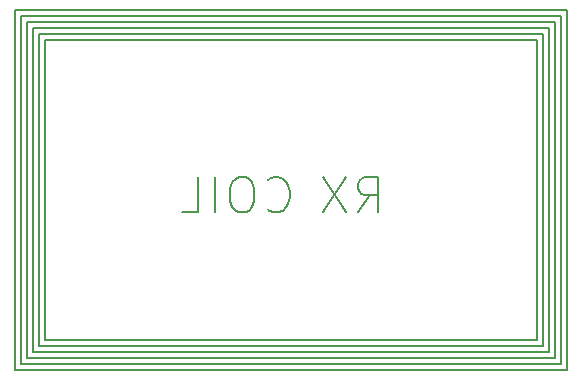
<source format=gbr>
%TF.GenerationSoftware,KiCad,Pcbnew,(7.0.0)*%
%TF.CreationDate,2023-04-29T18:10:18-05:00*%
%TF.ProjectId,WiHi,57694869-2e6b-4696-9361-645f70636258,-*%
%TF.SameCoordinates,PX795bdf0PY68e3130*%
%TF.FileFunction,Legend,Bot*%
%TF.FilePolarity,Positive*%
%FSLAX46Y46*%
G04 Gerber Fmt 4.6, Leading zero omitted, Abs format (unit mm)*
G04 Created by KiCad (PCBNEW (7.0.0)) date 2023-04-29 18:10:18*
%MOMM*%
%LPD*%
G01*
G04 APERTURE LIST*
%ADD10C,0.150000*%
G04 APERTURE END LIST*
D10*
X30337428Y14622858D02*
X31337428Y16051429D01*
X32051714Y14622858D02*
X32051714Y17622858D01*
X32051714Y17622858D02*
X30908857Y17622858D01*
X30908857Y17622858D02*
X30623142Y17480000D01*
X30623142Y17480000D02*
X30480285Y17337143D01*
X30480285Y17337143D02*
X30337428Y17051429D01*
X30337428Y17051429D02*
X30337428Y16622858D01*
X30337428Y16622858D02*
X30480285Y16337143D01*
X30480285Y16337143D02*
X30623142Y16194286D01*
X30623142Y16194286D02*
X30908857Y16051429D01*
X30908857Y16051429D02*
X32051714Y16051429D01*
X29337428Y17622858D02*
X27337428Y14622858D01*
X27337428Y17622858D02*
X29337428Y14622858D01*
X22680285Y14908572D02*
X22823142Y14765715D01*
X22823142Y14765715D02*
X23251714Y14622858D01*
X23251714Y14622858D02*
X23537428Y14622858D01*
X23537428Y14622858D02*
X23965999Y14765715D01*
X23965999Y14765715D02*
X24251714Y15051429D01*
X24251714Y15051429D02*
X24394571Y15337143D01*
X24394571Y15337143D02*
X24537428Y15908572D01*
X24537428Y15908572D02*
X24537428Y16337143D01*
X24537428Y16337143D02*
X24394571Y16908572D01*
X24394571Y16908572D02*
X24251714Y17194286D01*
X24251714Y17194286D02*
X23965999Y17480000D01*
X23965999Y17480000D02*
X23537428Y17622858D01*
X23537428Y17622858D02*
X23251714Y17622858D01*
X23251714Y17622858D02*
X22823142Y17480000D01*
X22823142Y17480000D02*
X22680285Y17337143D01*
X20823142Y17622858D02*
X20251714Y17622858D01*
X20251714Y17622858D02*
X19965999Y17480000D01*
X19965999Y17480000D02*
X19680285Y17194286D01*
X19680285Y17194286D02*
X19537428Y16622858D01*
X19537428Y16622858D02*
X19537428Y15622858D01*
X19537428Y15622858D02*
X19680285Y15051429D01*
X19680285Y15051429D02*
X19965999Y14765715D01*
X19965999Y14765715D02*
X20251714Y14622858D01*
X20251714Y14622858D02*
X20823142Y14622858D01*
X20823142Y14622858D02*
X21108857Y14765715D01*
X21108857Y14765715D02*
X21394571Y15051429D01*
X21394571Y15051429D02*
X21537428Y15622858D01*
X21537428Y15622858D02*
X21537428Y16622858D01*
X21537428Y16622858D02*
X21394571Y17194286D01*
X21394571Y17194286D02*
X21108857Y17480000D01*
X21108857Y17480000D02*
X20823142Y17622858D01*
X18251714Y14622858D02*
X18251714Y17622858D01*
X15394571Y14622858D02*
X16823143Y14622858D01*
X16823143Y14622858D02*
X16823143Y17622858D01*
X3810000Y29210000D02*
X45466000Y29210000D01*
X45466000Y29210000D02*
X45466000Y3810000D01*
X45466000Y3810000D02*
X3810000Y3810000D01*
X3810000Y3810000D02*
X3810000Y29210000D01*
X3302000Y29718000D02*
X45974000Y29718000D01*
X45974000Y29718000D02*
X45974000Y3302000D01*
X45974000Y3302000D02*
X3302000Y3302000D01*
X3302000Y3302000D02*
X3302000Y29718000D01*
X2794000Y30226000D02*
X46482000Y30226000D01*
X46482000Y30226000D02*
X46482000Y2794000D01*
X46482000Y2794000D02*
X2794000Y2794000D01*
X2794000Y2794000D02*
X2794000Y30226000D01*
X2286000Y30734000D02*
X46990000Y30734000D01*
X46990000Y30734000D02*
X46990000Y2286000D01*
X46990000Y2286000D02*
X2286000Y2286000D01*
X2286000Y2286000D02*
X2286000Y30734000D01*
X1778000Y31242000D02*
X47498000Y31242000D01*
X47498000Y31242000D02*
X47498000Y1778000D01*
X47498000Y1778000D02*
X1778000Y1778000D01*
X1778000Y1778000D02*
X1778000Y31242000D01*
X1270000Y31750000D02*
X48006000Y31750000D01*
X48006000Y31750000D02*
X48006000Y1270000D01*
X48006000Y1270000D02*
X1270000Y1270000D01*
X1270000Y1270000D02*
X1270000Y31750000D01*
%LPC*%
M02*

</source>
